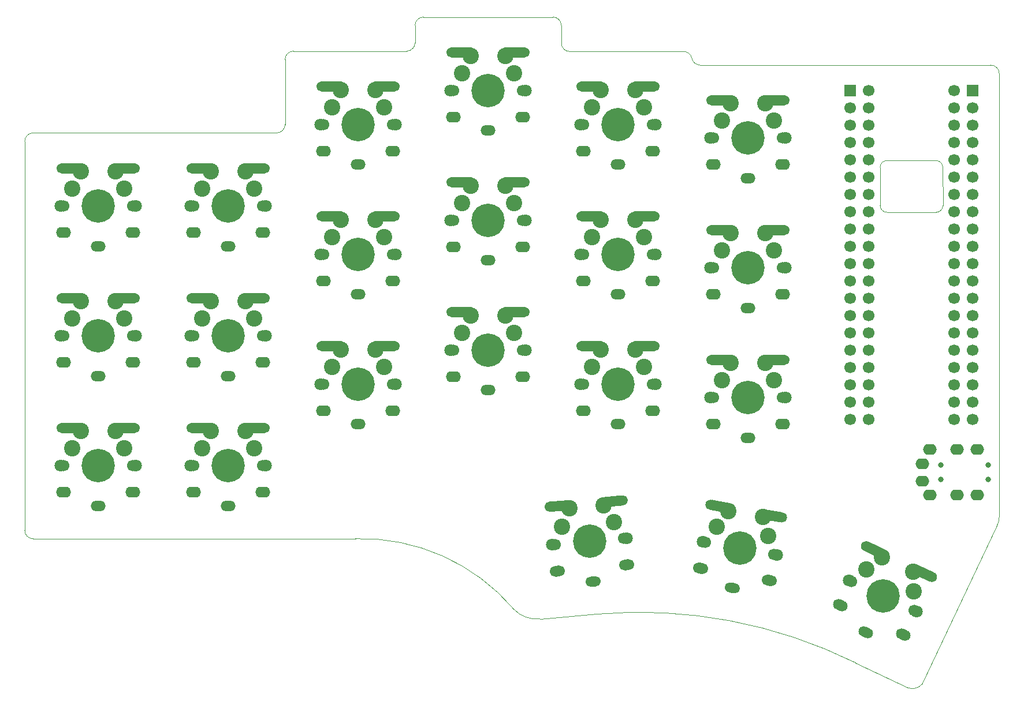
<source format=gbs>
%TF.GenerationSoftware,KiCad,Pcbnew,(7.0.0-0)*%
%TF.CreationDate,2023-02-16T17:59:52-08:00*%
%TF.ProjectId,keyboard_pcb,6b657962-6f61-4726-945f-7063622e6b69,rev1.0*%
%TF.SameCoordinates,PX78114e0PY44b6550*%
%TF.FileFunction,Soldermask,Bot*%
%TF.FilePolarity,Negative*%
%FSLAX46Y46*%
G04 Gerber Fmt 4.6, Leading zero omitted, Abs format (unit mm)*
G04 Created by KiCad (PCBNEW (7.0.0-0)) date 2023-02-16 17:59:52*
%MOMM*%
%LPD*%
G01*
G04 APERTURE LIST*
G04 Aperture macros list*
%AMHorizOval*
0 Thick line with rounded ends*
0 $1 width*
0 $2 $3 position (X,Y) of the first rounded end (center of the circle)*
0 $4 $5 position (X,Y) of the second rounded end (center of the circle)*
0 Add line between two ends*
20,1,$1,$2,$3,$4,$5,0*
0 Add two circle primitives to create the rounded ends*
1,1,$1,$2,$3*
1,1,$1,$4,$5*%
G04 Aperture macros list end*
%ADD10C,1.800000*%
%ADD11C,1.700000*%
%ADD12C,4.900000*%
%ADD13O,2.200000X1.600000*%
%ADD14C,2.400000*%
%ADD15HorizOval,1.500000X1.449945X-0.012653X-1.449945X0.012653X0*%
%ADD16O,2.200000X1.500000*%
%ADD17HorizOval,1.500000X1.449945X0.012653X-1.449945X-0.012653X0*%
%ADD18HorizOval,1.600000X0.298858X0.026147X-0.298858X-0.026147X0*%
%ADD19HorizOval,1.500000X1.445530X0.113766X-1.445530X-0.113766X0*%
%ADD20HorizOval,1.500000X0.348668X0.030505X-0.348668X-0.030505X0*%
%ADD21HorizOval,1.500000X1.443324X0.138976X-1.443324X-0.138976X0*%
%ADD22C,0.800000*%
%ADD23O,2.000000X1.600000*%
%ADD24HorizOval,1.600000X0.271892X-0.126785X-0.271892X0.126785X0*%
%ADD25HorizOval,1.500000X1.308749X-0.624241X-1.308749X0.624241X0*%
%ADD26HorizOval,1.500000X0.317208X-0.147916X-0.317208X0.147916X0*%
%ADD27HorizOval,1.500000X1.319444X-0.601305X-1.319444X0.601305X0*%
%ADD28R,1.700000X1.700000*%
%ADD29HorizOval,1.600000X0.295442X-0.052094X-0.295442X0.052094X0*%
%ADD30HorizOval,1.500000X1.425720X-0.264242X-1.425720X0.264242X0*%
%ADD31HorizOval,1.500000X0.344683X-0.060777X-0.344683X0.060777X0*%
%ADD32HorizOval,1.500000X1.430114X-0.239319X-1.430114X0.239319X0*%
%TA.AperFunction,Profile*%
%ADD33C,0.100000*%
%TD*%
G04 APERTURE END LIST*
D10*
%TO.C,K25*%
X32600000Y-26050000D03*
D11*
X33020000Y-26050000D03*
D12*
X38100000Y-26050000D03*
D11*
X43180000Y-26050000D03*
D10*
X43600000Y-26050000D03*
D13*
X32999999Y-29949999D03*
D14*
X34290000Y-23510000D03*
X41910000Y-23510000D03*
D13*
X43199999Y-29949999D03*
D15*
X34199957Y-20509598D03*
D14*
X35560000Y-20970000D03*
D16*
X38099999Y-31949999D03*
D14*
X40640000Y-20970000D03*
D17*
X42000041Y-20509598D03*
%TD*%
D10*
%TO.C,K24*%
X13550000Y-24050000D03*
D11*
X13970000Y-24050000D03*
D12*
X19050000Y-24050000D03*
D11*
X24130000Y-24050000D03*
D10*
X24550000Y-24050000D03*
D13*
X13949999Y-27949999D03*
D14*
X15240000Y-21510000D03*
X22860000Y-21510000D03*
D13*
X24149999Y-27949999D03*
D15*
X15149957Y-18509598D03*
D14*
X16510000Y-18970000D03*
D16*
X19049999Y-29949999D03*
D14*
X21590000Y-18970000D03*
D17*
X22950041Y-18509598D03*
%TD*%
D10*
%TO.C,K21*%
X-43600000Y-36050000D03*
D11*
X-43180000Y-36050000D03*
D12*
X-38100000Y-36050000D03*
D11*
X-33020000Y-36050000D03*
D10*
X-32600000Y-36050000D03*
D13*
X-43199999Y-39949999D03*
D14*
X-41910000Y-33510000D03*
X-34290000Y-33510000D03*
D13*
X-32999999Y-39949999D03*
D15*
X-42000041Y-30509598D03*
D14*
X-40640000Y-30970000D03*
D16*
X-38099999Y-41949999D03*
D14*
X-35560000Y-30970000D03*
D17*
X-34199957Y-30509598D03*
%TD*%
D10*
%TO.C,K02*%
X-24550000Y14050000D03*
D11*
X-24130000Y14050000D03*
D12*
X-19050000Y14050000D03*
D11*
X-13970000Y14050000D03*
D10*
X-13550000Y14050000D03*
D13*
X-24149999Y10149999D03*
D14*
X-22860000Y16590000D03*
X-15240000Y16590000D03*
D13*
X-13949999Y10149999D03*
D15*
X-22950041Y19590400D03*
D14*
X-21590000Y19130000D03*
D16*
X-19049999Y8149999D03*
D14*
X-16510000Y19130000D03*
D17*
X-15149957Y19590400D03*
%TD*%
D10*
%TO.C,K10*%
X-62650000Y-17000000D03*
D11*
X-62230000Y-17000000D03*
D12*
X-57150000Y-17000000D03*
D11*
X-52070000Y-17000000D03*
D10*
X-51650000Y-17000000D03*
D13*
X-62249999Y-20899999D03*
D14*
X-60960000Y-14460000D03*
X-53340000Y-14460000D03*
D13*
X-52049999Y-20899999D03*
D15*
X-61050041Y-11459598D03*
D14*
X-59690000Y-11920000D03*
D16*
X-57149999Y-22899999D03*
D14*
X-54610000Y-11920000D03*
D17*
X-53249957Y-11459598D03*
%TD*%
D10*
%TO.C,K04*%
X13550000Y14050000D03*
D11*
X13970000Y14050000D03*
D12*
X19050000Y14050000D03*
D11*
X24130000Y14050000D03*
D10*
X24550000Y14050000D03*
D13*
X13949999Y10149999D03*
D14*
X15240000Y16590000D03*
X22860000Y16590000D03*
D13*
X24149999Y10149999D03*
D15*
X15149957Y19590400D03*
D14*
X16510000Y19130000D03*
D16*
X19049999Y8149999D03*
D14*
X21590000Y19130000D03*
D17*
X22950041Y19590400D03*
%TD*%
D10*
%TO.C,K12*%
X-24550000Y-5000000D03*
D11*
X-24130000Y-5000000D03*
D12*
X-19050000Y-5000000D03*
D11*
X-13970000Y-5000000D03*
D10*
X-13550000Y-5000000D03*
D13*
X-24149999Y-8899999D03*
D14*
X-22860000Y-2460000D03*
X-15240000Y-2460000D03*
D13*
X-13949999Y-8899999D03*
D15*
X-22950041Y540400D03*
D14*
X-21590000Y80000D03*
D16*
X-19049999Y-10899999D03*
D14*
X-16510000Y80000D03*
D17*
X-15149957Y540400D03*
%TD*%
D10*
%TO.C,K30*%
X9420929Y-47629357D03*
D11*
X9839331Y-47592751D03*
D12*
X14900000Y-47150000D03*
D11*
X19960669Y-46707249D03*
D10*
X20379071Y-46670643D03*
D18*
X10159313Y-51479653D03*
D14*
X10883123Y-44951729D03*
X18474126Y-44287602D03*
D18*
X20320499Y-50590664D03*
D19*
X10531920Y-41970592D03*
D14*
X11926914Y-42310707D03*
D20*
X15414218Y-53027548D03*
D14*
X16987583Y-41867955D03*
D21*
X18302322Y-41290770D03*
%TD*%
D10*
%TO.C,K01*%
X-43600000Y2050000D03*
D11*
X-43180000Y2050000D03*
D12*
X-38100000Y2050000D03*
D11*
X-33020000Y2050000D03*
D10*
X-32600000Y2050000D03*
D13*
X-43199999Y-1849999D03*
D14*
X-41910000Y4590000D03*
X-34290000Y4590000D03*
D13*
X-32999999Y-1849999D03*
D15*
X-42000041Y7590400D03*
D14*
X-40640000Y7130000D03*
D16*
X-38099999Y-3849999D03*
D14*
X-35560000Y7130000D03*
D17*
X-34199957Y7590400D03*
%TD*%
D10*
%TO.C,K14*%
X13550000Y-5000000D03*
D11*
X13970000Y-5000000D03*
D12*
X19050000Y-5000000D03*
D11*
X24130000Y-5000000D03*
D10*
X24550000Y-5000000D03*
D13*
X13949999Y-8899999D03*
D14*
X15240000Y-2460000D03*
X22860000Y-2460000D03*
D13*
X24149999Y-8899999D03*
D15*
X15149957Y540400D03*
D14*
X16510000Y80000D03*
D16*
X19049999Y-10899999D03*
D14*
X21590000Y80000D03*
D17*
X22950041Y540400D03*
%TD*%
D10*
%TO.C,K23*%
X-5500000Y-19050000D03*
D11*
X-5080000Y-19050000D03*
D12*
X0Y-19050000D03*
D11*
X5080000Y-19050000D03*
D10*
X5500000Y-19050000D03*
D13*
X-5099999Y-22949999D03*
D14*
X-3810000Y-16510000D03*
X3810000Y-16510000D03*
D13*
X5099999Y-22949999D03*
D15*
X-3900041Y-13509598D03*
D14*
X-2540000Y-13970000D03*
D16*
X0Y-24949999D03*
D14*
X2540000Y-13970000D03*
D17*
X3900041Y-13509598D03*
%TD*%
D10*
%TO.C,K03*%
X-5500000Y19050000D03*
D11*
X-5080000Y19050000D03*
D12*
X0Y19050000D03*
D11*
X5080000Y19050000D03*
D10*
X5500000Y19050000D03*
D13*
X-5099999Y15149999D03*
D14*
X-3810000Y21590000D03*
X3810000Y21590000D03*
D13*
X5099999Y15149999D03*
D15*
X-3900041Y24590400D03*
D14*
X-2540000Y24130000D03*
D16*
X0Y13149999D03*
D14*
X2540000Y24130000D03*
D17*
X3900041Y24590400D03*
%TD*%
D10*
%TO.C,K22*%
X-24550000Y-24050000D03*
D11*
X-24130000Y-24050000D03*
D12*
X-19050000Y-24050000D03*
D11*
X-13970000Y-24050000D03*
D10*
X-13550000Y-24050000D03*
D13*
X-24149999Y-27949999D03*
D14*
X-22860000Y-21510000D03*
X-15240000Y-21510000D03*
D13*
X-13949999Y-27949999D03*
D15*
X-22950041Y-18509598D03*
D14*
X-21590000Y-18970000D03*
D16*
X-19049999Y-29949999D03*
D14*
X-16510000Y-18970000D03*
D17*
X-15149957Y-18509598D03*
%TD*%
D22*
%TO.C,J1*%
X73360000Y-35970000D03*
X66360000Y-35970000D03*
X73360000Y-38070000D03*
X66360000Y-38070000D03*
D23*
X63659999Y-35769999D03*
X63659999Y-38269999D03*
X64759999Y-33669999D03*
X64759999Y-40369999D03*
X68759999Y-33669999D03*
X71759999Y-40369999D03*
X71759999Y-33669999D03*
X68759999Y-40369999D03*
%TD*%
D10*
%TO.C,K15*%
X32600000Y-7000000D03*
D11*
X33020000Y-7000000D03*
D12*
X38100000Y-7000000D03*
D11*
X43180000Y-7000000D03*
D10*
X43600000Y-7000000D03*
D13*
X32999999Y-10899999D03*
D14*
X34290000Y-4460000D03*
X41910000Y-4460000D03*
D13*
X43199999Y-10899999D03*
D15*
X34199957Y-1459598D03*
D14*
X35560000Y-1920000D03*
D16*
X38099999Y-12899999D03*
D14*
X40640000Y-1920000D03*
D17*
X42000041Y-1459598D03*
%TD*%
D10*
%TO.C,K32*%
X52915307Y-52825600D03*
D11*
X53295956Y-53003099D03*
D12*
X57900000Y-55150000D03*
D11*
X62504044Y-57296901D03*
D10*
X62884693Y-57474400D03*
D24*
X51629618Y-56529246D03*
D14*
X55520418Y-51237803D03*
X62426483Y-54458154D03*
D24*
X60873957Y-60839953D03*
D25*
X56706835Y-48480461D03*
D14*
X57744879Y-49472506D03*
D26*
X55406551Y-60497215D03*
D14*
X62348923Y-51619407D03*
D27*
X63776112Y-51776919D03*
%TD*%
D10*
%TO.C,K11*%
X-43600000Y-17000000D03*
D11*
X-43180000Y-17000000D03*
D12*
X-38100000Y-17000000D03*
D11*
X-33020000Y-17000000D03*
D10*
X-32600000Y-17000000D03*
D13*
X-43199999Y-20899999D03*
D14*
X-41910000Y-14460000D03*
X-34290000Y-14460000D03*
D13*
X-32999999Y-20899999D03*
D15*
X-42000041Y-11459598D03*
D14*
X-40640000Y-11920000D03*
D16*
X-38099999Y-22899999D03*
D14*
X-35560000Y-11920000D03*
D17*
X-34199957Y-11459598D03*
%TD*%
D28*
%TO.C,U1*%
X53134999Y19029999D03*
X71034999Y19049999D03*
D11*
X53135000Y16490000D03*
X71035000Y16510000D03*
X53135000Y13950000D03*
X71035000Y13970000D03*
X53135000Y11410000D03*
X71035000Y11430000D03*
X53135000Y8870000D03*
X71035000Y8890000D03*
X53135000Y6330000D03*
X71035000Y6350000D03*
X53135000Y3790000D03*
X71035000Y3810000D03*
X53135000Y1250000D03*
X71035000Y1270000D03*
X53135000Y-1290000D03*
X71035000Y-1270000D03*
X53135000Y-3830000D03*
X71035000Y-3810000D03*
X53135000Y-6370000D03*
X71035000Y-6350000D03*
X53135000Y-8910000D03*
X71035000Y-8890000D03*
X53135000Y-11450000D03*
X71035000Y-11430000D03*
X53135000Y-13990000D03*
X71035000Y-13970000D03*
X53135000Y-16530000D03*
X71035000Y-16510000D03*
X53135000Y-19070000D03*
X71035000Y-19050000D03*
X53135000Y-21610000D03*
X71035000Y-21590000D03*
X53135000Y-24150000D03*
X71035000Y-24130000D03*
X53135000Y-26690000D03*
X71035000Y-26670000D03*
X53135000Y-29230000D03*
X71035000Y-29210000D03*
X55795000Y-29210000D03*
X68375000Y-29230000D03*
X55795000Y-26670000D03*
X68375000Y-26690000D03*
X55795000Y-24130000D03*
X68375000Y-24150000D03*
X55795000Y-21590000D03*
X68375000Y-21610000D03*
X55795000Y-19050000D03*
X68375000Y-19070000D03*
X55795000Y-16510000D03*
X68375000Y-16530000D03*
X55795000Y-13970000D03*
X68375000Y-13990000D03*
X55795000Y-11430000D03*
X68375000Y-11450000D03*
X55795000Y-8890000D03*
X68375000Y-8910000D03*
X55795000Y-6350000D03*
X68375000Y-6370000D03*
X55795000Y-3810000D03*
X68375000Y-3830000D03*
X55795000Y-1270000D03*
X68375000Y-1290000D03*
X55795000Y1270000D03*
X68375000Y1250000D03*
X55795000Y3810000D03*
X68375000Y3790000D03*
X55795000Y6350000D03*
X68375000Y6330000D03*
X55795000Y8890000D03*
X68375000Y8870000D03*
X55795000Y11430000D03*
X68375000Y11410000D03*
X55795000Y13970000D03*
X68375000Y13950000D03*
X55795000Y16510000D03*
X68375000Y16490000D03*
X55795000Y19050000D03*
X68375000Y19030000D03*
%TD*%
D10*
%TO.C,K05*%
X32600000Y12050000D03*
D11*
X33020000Y12050000D03*
D12*
X38100000Y12050000D03*
D11*
X43180000Y12050000D03*
D10*
X43600000Y12050000D03*
D13*
X32999999Y8149999D03*
D14*
X34290000Y14590000D03*
X41910000Y14590000D03*
D13*
X43199999Y8149999D03*
D15*
X34199957Y17590400D03*
D14*
X35560000Y17130000D03*
D16*
X38099999Y6149999D03*
D14*
X40640000Y17130000D03*
D17*
X42000041Y17590400D03*
%TD*%
D10*
%TO.C,K20*%
X-62650000Y-36050000D03*
D11*
X-62230000Y-36050000D03*
D12*
X-57150000Y-36050000D03*
D11*
X-52070000Y-36050000D03*
D10*
X-51650000Y-36050000D03*
D13*
X-62249999Y-39949999D03*
D14*
X-60960000Y-33510000D03*
X-53340000Y-33510000D03*
D13*
X-52049999Y-39949999D03*
D15*
X-61050041Y-30509598D03*
D14*
X-59690000Y-30970000D03*
D16*
X-57149999Y-41949999D03*
D14*
X-54610000Y-30970000D03*
D17*
X-53249957Y-30509598D03*
%TD*%
D10*
%TO.C,K13*%
X-5500000Y0D03*
D11*
X-5080000Y0D03*
D12*
X0Y0D03*
D11*
X5080000Y0D03*
D10*
X5500000Y0D03*
D13*
X-5099999Y-3899999D03*
D14*
X-3810000Y2540000D03*
X3810000Y2540000D03*
D13*
X5099999Y-3899999D03*
D15*
X-3900041Y5540400D03*
D14*
X-2540000Y5080000D03*
D16*
X0Y-5899999D03*
D14*
X2540000Y5080000D03*
D17*
X3900041Y5540400D03*
%TD*%
D10*
%TO.C,K00*%
X-62650000Y2050000D03*
D11*
X-62230000Y2050000D03*
D12*
X-57150000Y2050000D03*
D11*
X-52070000Y2050000D03*
D10*
X-51650000Y2050000D03*
D13*
X-62249999Y-1849999D03*
D14*
X-60960000Y4590000D03*
X-53340000Y4590000D03*
D13*
X-52049999Y-1849999D03*
D15*
X-61050041Y7590400D03*
D14*
X-59690000Y7130000D03*
D16*
X-57149999Y-3849999D03*
D14*
X-54610000Y7130000D03*
D17*
X-53249957Y7590400D03*
%TD*%
D10*
%TO.C,K31*%
X31483557Y-47194935D03*
D11*
X31897177Y-47267867D03*
D12*
X36900000Y-48150000D03*
D11*
X41902823Y-49032133D03*
D10*
X42316443Y-49105065D03*
D29*
X31200252Y-51105144D03*
D14*
X33588949Y-44986989D03*
X41093184Y-46310188D03*
D29*
X41245291Y-52876355D03*
D30*
X34021288Y-42016534D03*
D14*
X35280721Y-42706110D03*
D31*
X35875475Y-53960365D03*
D14*
X40283544Y-43588243D03*
D32*
X41702871Y-43371005D03*
%TD*%
D33*
X-11910000Y24806548D02*
G75*
G03*
X-10673448Y26043104I0J1236552D01*
G01*
X57500000Y2150000D02*
X57500000Y7750000D01*
X-66670000Y-46750000D02*
X-19400000Y-46750000D01*
X63630000Y-68110000D02*
X74635831Y-44865940D01*
X3789970Y-57090029D02*
G75*
G03*
X7610000Y-58539999I3440030J3305929D01*
G01*
X29900002Y23770000D02*
G75*
G03*
X31110000Y22760000I1209998J219800D01*
G01*
X65700000Y1150000D02*
X58500000Y1150000D01*
X73670000Y22760000D02*
X31110000Y22760000D01*
X58500000Y8750000D02*
G75*
G03*
X57500000Y7750000I200J-1000200D01*
G01*
X-10673448Y28570000D02*
X-10673448Y26043104D01*
X65700000Y1150000D02*
G75*
G03*
X66700000Y2150000I0J1000000D01*
G01*
X-9436896Y29806552D02*
X9530000Y29806552D01*
X12003104Y24750000D02*
X28690000Y24750000D01*
X74960028Y21510000D02*
G75*
G03*
X73670000Y22759999I-1241028J9900D01*
G01*
X66692893Y7750000D02*
X66700000Y2150000D01*
X-28480000Y24806552D02*
X-11910000Y24806552D01*
X74635824Y-44865936D02*
G75*
G03*
X74959999Y-43570000I-2650524J1351536D01*
G01*
X-28480000Y24806527D02*
G75*
G03*
X-29730000Y23570000I-13400J-1236527D01*
G01*
X10766552Y28570000D02*
X10766552Y25980000D01*
X15940000Y-57820000D02*
X7610000Y-58540000D01*
X53910000Y-64960000D02*
X61613868Y-68641488D01*
X-67896540Y-45533448D02*
G75*
G03*
X-66670000Y-46750000I1216640J48D01*
G01*
X29900008Y23770002D02*
G75*
G03*
X28690000Y24750000I-1210008J-257002D01*
G01*
X-66660000Y12806552D02*
G75*
G03*
X-67896552Y11570000I0J-1236552D01*
G01*
X-30964374Y12807822D02*
G75*
G03*
X-29727822Y14044374I-26J1236578D01*
G01*
X-66660000Y12806552D02*
X-30964374Y12807822D01*
X10766583Y25980000D02*
G75*
G03*
X12003104Y24750000I1230017J0D01*
G01*
X66692900Y7750000D02*
G75*
G03*
X65692893Y8750000I-1000000J0D01*
G01*
X57500001Y2150000D02*
G75*
G03*
X58500000Y1150001I1009999J10000D01*
G01*
X-9436896Y29806548D02*
G75*
G03*
X-10673448Y28570000I-4J-1236548D01*
G01*
X-29730000Y23570000D02*
X-29727822Y14044374D01*
X3790002Y-57089998D02*
G75*
G03*
X-19400000Y-46750000I-22380702J-19019602D01*
G01*
X58500000Y8750000D02*
X65692893Y8750000D01*
X10766552Y28570000D02*
G75*
G03*
X9530000Y29806552I-1236552J0D01*
G01*
X74960000Y-43570000D02*
X74960000Y21510000D01*
X61613883Y-68641447D02*
G75*
G03*
X63629999Y-68109999I623117J1726047D01*
G01*
X-67896552Y-45533448D02*
X-67896552Y11570000D01*
X53910001Y-64959998D02*
G75*
G03*
X15940000Y-57820000I-31697901J-64036302D01*
G01*
M02*

</source>
